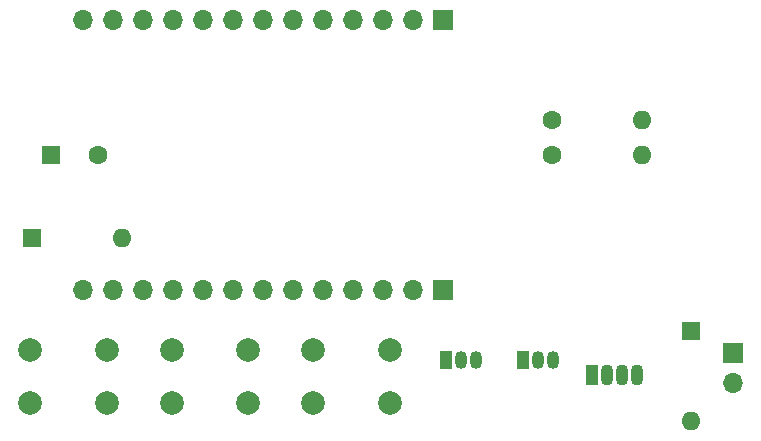
<source format=gbr>
%TF.GenerationSoftware,KiCad,Pcbnew,8.0.0*%
%TF.CreationDate,2024-09-30T23:01:36+02:00*%
%TF.ProjectId,TTGOPager,5454474f-5061-4676-9572-2e6b69636164,rev?*%
%TF.SameCoordinates,Original*%
%TF.FileFunction,Soldermask,Bot*%
%TF.FilePolarity,Negative*%
%FSLAX46Y46*%
G04 Gerber Fmt 4.6, Leading zero omitted, Abs format (unit mm)*
G04 Created by KiCad (PCBNEW 8.0.0) date 2024-09-30 23:01:36*
%MOMM*%
%LPD*%
G01*
G04 APERTURE LIST*
%ADD10C,1.600000*%
%ADD11O,1.600000X1.600000*%
%ADD12R,1.600000X1.600000*%
%ADD13O,1.700000X1.700000*%
%ADD14R,1.700000X1.700000*%
%ADD15C,2.000000*%
%ADD16R,1.050000X1.500000*%
%ADD17O,1.050000X1.500000*%
%ADD18R,1.070000X1.800000*%
%ADD19O,1.070000X1.800000*%
G04 APERTURE END LIST*
D10*
%TO.C,R2*%
X162190000Y-41000000D03*
D11*
X169810000Y-41000000D03*
%TD*%
D10*
%TO.C,R1*%
X162190000Y-44000000D03*
D11*
X169810000Y-44000000D03*
%TD*%
%TO.C,D3*%
X125810000Y-51000000D03*
D12*
X118190000Y-51000000D03*
%TD*%
D13*
%TO.C,U1*%
X122500000Y-32570000D03*
X125040000Y-32570000D03*
X127580000Y-32570000D03*
X130120000Y-32570000D03*
X132660000Y-32570000D03*
X135200000Y-32570000D03*
X137740000Y-32570000D03*
X140280000Y-32570000D03*
X142820000Y-32570000D03*
X145360000Y-32570000D03*
X147900000Y-32570000D03*
X150440000Y-32570000D03*
D14*
X152980000Y-32570000D03*
X152980000Y-55430000D03*
D13*
X150440000Y-55430000D03*
X147900000Y-55430000D03*
X145360000Y-55430000D03*
X142820000Y-55430000D03*
X140280000Y-55430000D03*
X137740000Y-55430000D03*
X135200000Y-55430000D03*
X132660000Y-55430000D03*
X130120000Y-55430000D03*
X127580000Y-55430000D03*
X125040000Y-55430000D03*
X122500000Y-55430000D03*
%TD*%
D15*
%TO.C,SW3*%
X136500000Y-65000000D03*
X130000000Y-65000000D03*
X136500000Y-60500000D03*
X130000000Y-60500000D03*
%TD*%
%TO.C,SW2*%
X118000000Y-60500000D03*
X124500000Y-60500000D03*
X118000000Y-65000000D03*
X124500000Y-65000000D03*
%TD*%
%TO.C,SW1*%
X148500000Y-65000000D03*
X142000000Y-65000000D03*
X148500000Y-60500000D03*
X142000000Y-60500000D03*
%TD*%
D16*
%TO.C,Q2*%
X159730000Y-61360000D03*
D17*
X161000000Y-61360000D03*
X162270000Y-61360000D03*
%TD*%
D16*
%TO.C,Q1*%
X153230000Y-61360000D03*
D17*
X154500000Y-61360000D03*
X155770000Y-61360000D03*
%TD*%
D14*
%TO.C,M1*%
X177500000Y-60725000D03*
D13*
X177500000Y-63265000D03*
%TD*%
D11*
%TO.C,D2*%
X174000000Y-66500000D03*
D12*
X174000000Y-58880000D03*
%TD*%
D18*
%TO.C,D1*%
X165600000Y-62630000D03*
D19*
X166870000Y-62630000D03*
X168140000Y-62630000D03*
X169410000Y-62630000D03*
%TD*%
D12*
%TO.C,BZ1*%
X119747139Y-44000000D03*
D10*
X123747139Y-44000000D03*
%TD*%
M02*

</source>
